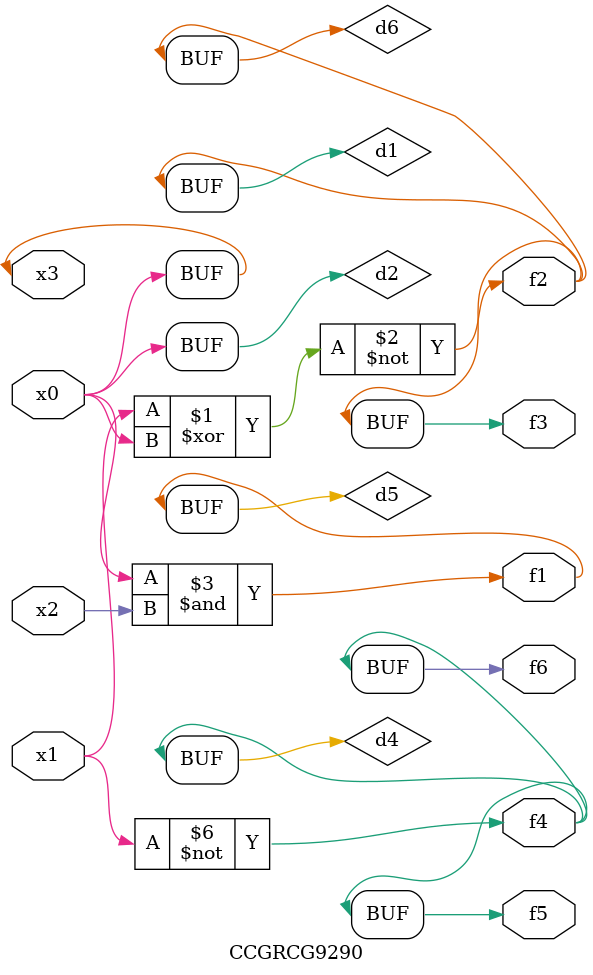
<source format=v>
module CCGRCG9290(
	input x0, x1, x2, x3,
	output f1, f2, f3, f4, f5, f6
);

	wire d1, d2, d3, d4, d5, d6;

	xnor (d1, x1, x3);
	buf (d2, x0, x3);
	nand (d3, x0, x2);
	not (d4, x1);
	nand (d5, d3);
	or (d6, d1);
	assign f1 = d5;
	assign f2 = d6;
	assign f3 = d6;
	assign f4 = d4;
	assign f5 = d4;
	assign f6 = d4;
endmodule

</source>
